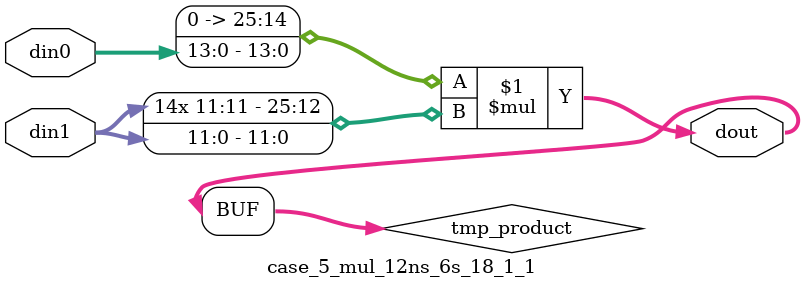
<source format=v>

`timescale 1 ns / 1 ps

 (* use_dsp = "no" *)  module case_5_mul_12ns_6s_18_1_1(din0, din1, dout);
parameter ID = 1;
parameter NUM_STAGE = 0;
parameter din0_WIDTH = 14;
parameter din1_WIDTH = 12;
parameter dout_WIDTH = 26;

input [din0_WIDTH - 1 : 0] din0; 
input [din1_WIDTH - 1 : 0] din1; 
output [dout_WIDTH - 1 : 0] dout;

wire signed [dout_WIDTH - 1 : 0] tmp_product;

























assign tmp_product = $signed({1'b0, din0}) * $signed(din1);










assign dout = tmp_product;





















endmodule

</source>
